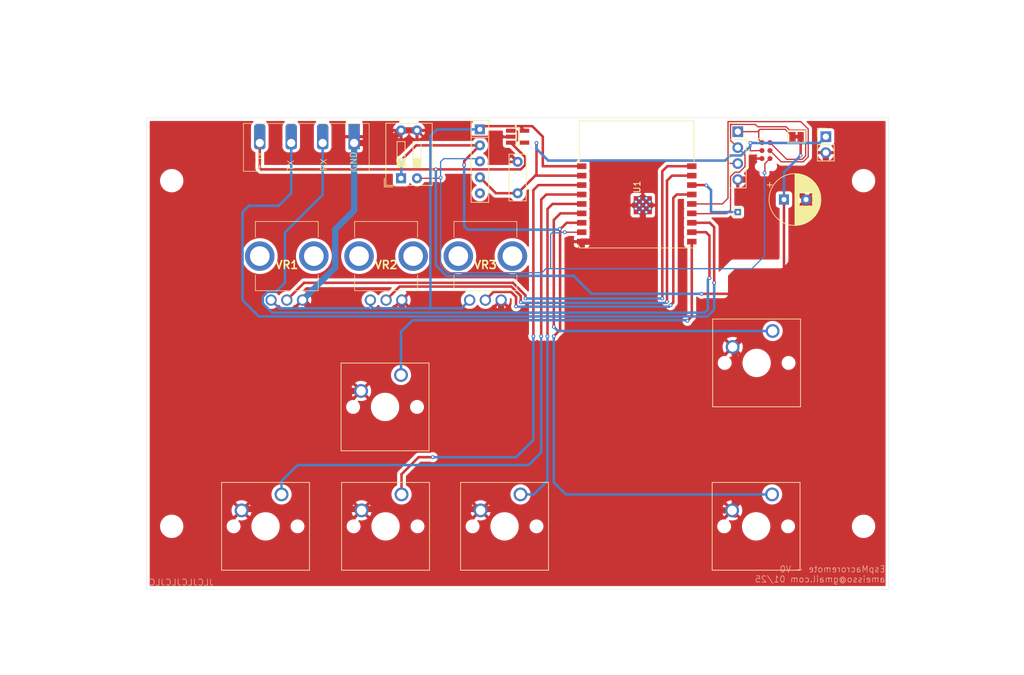
<source format=kicad_pcb>
(kicad_pcb (version 20240108) (generator "pcbnew") (generator_version "8.0")
  (layers (0 "F.Cu" signal) (31 "B.Cu" signal) (34 "B.Paste" user) (35 "F.Paste" user) (36 "B.SilkS" user "B.Silkscreen") (37 "F.SilkS" user "F.Silkscreen") (38 "B.Mask" user) (39 "F.Mask" user) (44 "Edge.Cuts" user))
  (net 0 "")
  (net 1 "/EN")
  (net 2 "GND")
  (net 3 "+5V")
  (net 4 "Net-(J2-Pin_1)")
  (net 5 "/D-")
  (net 6 "/D+")
  (net 7 "/program")
  (net 8 "/IO_8")
  (net 9 "/IO_2")
  (net 10 "/IO_0")
  (net 14 "/IO_1")
  (net 17 "/IO_3")
  (net 19 "/IO_4")
  (net 20 "/IO_5")
  (net 21 "/IO_6")
  (net 22 "/IO_7")
  (net 23 "/IO_10")
  (net 24 "+3.3V")
  (net 25 "/IO_21_TX")
  (net 26 "/IO_20_RX")
  (footprint "Connector_PinHeader_2.54mm:PinHeader_1x04_P2.54mm_Vertical" (layer "F.Cu") (at 189 60.2)
    (property "Reference" "J2" (hide yes))
    (property "Value" "USB_IN")
    (pad "1" thru_hole rect (at 0 0) (size 1.7 1.7) (drill 1) (layers "*.Cu" "*.Mask") (net 4 "Net-(J2-Pin_1)"))
    (pad "2" thru_hole oval (at 0 2.54) (size 1.7 1.7) (drill 1) (layers "*.Cu" "*.Mask") (net 5 "/D-"))
    (pad "3" thru_hole oval (at 0 5.08) (size 1.7 1.7) (drill 1) (layers "*.Cu" "*.Mask") (net 6 "/D+"))
    (pad "4" thru_hole oval (at 0 7.62) (size 1.7 1.7) (drill 1) (layers "*.Cu" "*.Mask") (net 2 "GND"))
  )
  (footprint "Jumper:SolderJumper-2_P1.3mm_Bridged_Pad1.0x1.5mm" (layer "F.Cu") (at 198.35 61)
    (property "Reference" "JP1" (hide yes))
    (property "Value" "USB_POW")
    (fp_poly (pts (xy -0.25 -0.3) (xy 0.25 -0.3) (xy 0.25 0.3) (xy -0.25 0.3)) (fill solid) (layer "F.Cu"))
    (pad "1" smd rect (at -0.65 0) (size 1 1.5) (layers "F.Cu" "F.Mask") (net 4 "Net-(J2-Pin_1)"))
    (pad "2" smd rect (at 0.65 0) (size 1 1.5) (layers "F.Cu" "F.Mask") (net 3 "+5V"))
  )
  (footprint "Button_Switch_Keyboard:SW_Cherry_MX_1.00u_PCB" (layer "F.Cu") (at 135.54 117.92)
    (property "Reference" "SW_DOWN1" (hide yes))
    (property "Value" "MX1A-E1NW")
    (pad "" np_thru_hole circle (at -7.62 5.08) (size 1.7 1.7) (drill 1.7) (layers "*.Cu" "*.Mask"))
    (pad "" np_thru_hole circle (at -2.54 5.08) (size 4 4) (drill 4) (layers "*.Cu" "*.Mask"))
    (pad "" np_thru_hole circle (at 2.54 5.08) (size 1.7 1.7) (drill 1.7) (layers "*.Cu" "*.Mask"))
    (pad "1" thru_hole circle (at 0 0) (size 2.2 2.2) (drill 1.5) (layers "*.Cu" "*.Mask") (net 19 "/IO_4"))
    (pad "2" thru_hole circle (at -6.35 2.54) (size 2.2 2.2) (drill 1.5) (layers "*.Cu" "*.Mask") (net 2 "GND"))
  )
  (footprint "ameisso:SOT-23-5_handsoldering" (layer "F.Cu") (at 154 61)
    (property "Reference" "IC1" (hide yes))
    (property "Value" "AP2112K-3.3TRG1")
    (pad "1" smd rect (at -1.1 -0.95) (size 1.5 0.65) (layers "F.Cu" "F.Paste" "F.Mask") (net 3 "+5V"))
    (pad "2" smd rect (at -1.1 0) (size 1.5 0.65) (layers "F.Cu" "F.Paste" "F.Mask") (net 2 "GND"))
    (pad "3" smd rect (at -1.1 0.95) (size 1.5 0.65) (layers "F.Cu" "F.Paste" "F.Mask") (net 3 "+5V"))
    (pad "4" smd rect (at 1.1 0.95) (size 1.5 0.65) (layers "F.Cu" "F.Paste" "F.Mask"))
    (pad "5" smd rect (at 1.1 -0.95) (size 1.5 0.65) (layers "F.Cu" "F.Paste" "F.Mask") (net 24 "+3.3V"))
  )
  (footprint "Button_Switch_Keyboard:SW_Cherry_MX_1.00u_PCB" (layer "F.Cu") (at 194.54 91.92)
    (property "Reference" "SW_STOP1" (hide yes))
    (property "Value" "MX1A-E1NW")
    (pad "" np_thru_hole circle (at -7.62 5.08) (size 1.7 1.7) (drill 1.7) (layers "*.Cu" "*.Mask"))
    (pad "" np_thru_hole circle (at -2.54 5.08) (size 4 4) (drill 4) (layers "*.Cu" "*.Mask"))
    (pad "" np_thru_hole circle (at 2.54 5.08) (size 1.7 1.7) (drill 1.7) (layers "*.Cu" "*.Mask"))
    (pad "1" thru_hole circle (at 0 0) (size 2.2 2.2) (drill 1.5) (layers "*.Cu" "*.Mask") (net 22 "/IO_7"))
    (pad "2" thru_hole circle (at -6.35 2.54) (size 2.2 2.2) (drill 1.5) (layers "*.Cu" "*.Mask") (net 2 "GND"))
  )
  (footprint "RF_Module:ESP32-C3-WROOM-02" (layer "F.Cu") (at 172.94 71.7)
    (property "Reference" "U1" (at 0.06 -2.7 90) (layer "F.SilkS"))
    (property "Value" "ESP32-C3-WROOM-02")
    (pad "1" smd rect (at -8.75 -6) (size 1.5 0.9) (layers "F.Cu" "F.Paste" "F.Mask") (net 24 "+3.3V"))
    (pad "2" smd rect (at -8.75 -4.5) (size 1.5 0.9) (layers "F.Cu" "F.Paste" "F.Mask") (net 1 "/EN"))
    (pad "3" smd rect (at -8.75 -3) (size 1.5 0.9) (layers "F.Cu" "F.Paste" "F.Mask") (net 19 "/IO_4"))
    (pad "4" smd rect (at -8.75 -1.5) (size 1.5 0.9) (layers "F.Cu" "F.Paste" "F.Mask") (net 20 "/IO_5"))
    (pad "5" smd rect (at -8.75 0) (size 1.5 0.9) (layers "F.Cu" "F.Paste" "F.Mask") (net 21 "/IO_6"))
    (pad "6" smd rect (at -8.75 1.5) (size 1.5 0.9) (layers "F.Cu" "F.Paste" "F.Mask") (net 22 "/IO_7"))
    (pad "7" smd rect (at -8.75 3) (size 1.5 0.9) (layers "F.Cu" "F.Paste" "F.Mask") (net 8 "/IO_8"))
    (pad "8" smd rect (at -8.75 4.5) (size 1.5 0.9) (layers "F.Cu" "F.Paste" "F.Mask") (net 7 "/program"))
    (pad "9" smd rect (at -8.75 6) (size 1.5 0.9) (layers "F.Cu" "F.Paste" "F.Mask") (net 2 "GND"))
    (pad "10" smd rect (at 8.75 6) (size 1.5 0.9) (layers "F.Cu" "F.Paste" "F.Mask") (net 23 "/IO_10"))
    (pad "11" smd rect (at 8.75 4.5) (size 1.5 0.9) (layers "F.Cu" "F.Paste" "F.Mask") (net 26 "/IO_20_RX"))
    (pad "12" smd rect (at 8.75 3) (size 1.5 0.9) (layers "F.Cu" "F.Paste" "F.Mask") (net 25 "/IO_21_TX"))
    (pad "13" smd rect (at 8.75 1.5) (size 1.5 0.9) (layers "F.Cu" "F.Paste" "F.Mask") (net 5 "/D-"))
    (pad "14" smd rect (at 8.75 0) (size 1.5 0.9) (layers "F.Cu" "F.Paste" "F.Mask") (net 6 "/D+"))
    (pad "15" smd rect (at 8.75 -1.5) (size 1.5 0.9) (layers "F.Cu" "F.Paste" "F.Mask") (net 17 "/IO_3"))
    (pad "16" smd rect (at 8.75 -3) (size 1.5 0.9) (layers "F.Cu" "F.Paste" "F.Mask") (net 9 "/IO_2"))
    (pad "17" smd rect (at 8.75 -4.5) (size 1.5 0.9) (layers "F.Cu" "F.Paste" "F.Mask") (net 14 "/IO_1"))
    (pad "18" smd rect (at 8.75 -6) (size 1.5 0.9) (layers "F.Cu" "F.Paste" "F.Mask") (net 10 "/IO_0"))
    (pad "19" thru_hole circle (at -0.14 -0.35) (size 0.6 0.6) (drill 0.3) (property pad_prop_heatsink) (layers "*.Cu" "F.Mask") (net 2 "GND"))
    (pad "19" thru_hole circle (at -0.14 0.75) (size 0.6 0.6) (drill 0.3) (property pad_prop_heatsink) (layers "*.Cu" "F.Mask") (net 2 "GND"))
    (pad "19" thru_hole circle (at 0.41 -0.9) (size 0.6 0.6) (drill 0.3) (property pad_prop_heatsink) (layers "*.Cu" "F.Mask") (net 2 "GND"))
    (pad "19" thru_hole circle (at 0.41 0.2) (size 0.6 0.6) (drill 0.3) (property pad_prop_heatsink) (layers "*.Cu" "F.Mask") (net 2 "GND"))
    (pad "19" thru_hole circle (at 0.41 1.3) (size 0.6 0.6) (drill 0.3) (property pad_prop_heatsink) (layers "*.Cu" "F.Mask") (net 2 "GND"))
    (pad "19" thru_hole circle (at 0.96 -0.35) (size 0.6 0.6) (drill 0.3) (property pad_prop_heatsink) (layers "*.Cu" "F.Mask") (net 2 "GND"))
    (pad "19" smd rect (at 0.96 0.2) (size 2.9 2.9) (layers "F.Cu" "F.Mask") (net 2 "GND"))
    (pad "19" thru_hole circle (at 0.96 0.75) (size 0.6 0.6) (drill 0.3) (property pad_prop_heatsink) (layers "*.Cu" "F.Mask") (net 2 "GND"))
    (pad "19" thru_hole circle (at 1.51 -0.9) (size 0.6 0.6) (drill 0.3) (property pad_prop_heatsink) (layers "*.Cu" "F.Mask") (net 2 "GND"))
    (pad "19" thru_hole circle (at 1.51 0.2) (size 0.6 0.6) (drill 0.3) (property pad_prop_heatsink) (layers "*.Cu" "F.Mask") (net 2 "GND"))
    (pad "19" thru_hole circle (at 1.51 1.3) (size 0.6 0.6) (drill 0.3) (property pad_prop_heatsink) (layers "*.Cu" "F.Mask") (net 2 "GND"))
    (pad "19" thru_hole circle (at 2.06 -0.35) (size 0.6 0.6) (drill 0.3) (property pad_prop_heatsink) (layers "*.Cu" "F.Mask") (net 2 "GND"))
    (pad "19" thru_hole circle (at 2.06 0.75) (size 0.6 0.6) (drill 0.3) (property pad_prop_heatsink) (layers "*.Cu" "F.Mask") (net 2 "GND"))
    (zone (net 0) (net_name "") (layers "*.Cu") (connect_pads (clearance 0)) (min_thickness 0.254)
      (keepout (tracks not_allowed) (vias not_allowed) (pads not_allowed) (copperpour not_allowed) (footprints not_allowed))
      (fill (thermal_gap 0.508) (thermal_bridge_width 0.508))
      (polygon (pts (xy 158.94 64.6) (xy 186.94 64.6) (xy 186.94 53.6) (xy 158.94 53.6)))
    )
  )
  (footprint "MountingHole:MountingHole_3.2mm_M3" (layer "F.Cu") (at 99 123)
    (property "Reference" "H1" (hide yes))
    (property "Value" "MountingHole")
    (pad "" np_thru_hole circle (at 0 0) (size 3.2 3.2) (drill 3.2) (layers "*.Cu" "*.Mask"))
  )
  (footprint "MountingHole:MountingHole_3.2mm_M3" (layer "F.Cu") (at 209 123)
    (property "Reference" "H4" (hide yes))
    (property "Value" "MountingHole")
    (pad "" np_thru_hole circle (at 0 0) (size 3.2 3.2) (drill 3.2) (layers "*.Cu" "*.Mask"))
  )
  (footprint "Pot_bourns:PTV09A4015FB103" (layer "F.Cu") (at 130.586 87)
    (property "Reference" "VR2" (at 2.5 -5.6 0) (layer "F.SilkS") (effects (font (size 1.27 1.27) (thickness 0.254))))
    (property "Value" "PTV09A-4025F-B103" (hide yes))
    (pad "1" thru_hole circle (at 0 0) (size 1.8 1.8) (drill 1.2) (layers "*.Cu" "*.Mask") (net 24 "+3.3V"))
    (pad "2" thru_hole circle (at 2.5 0) (size 1.8 1.8) (drill 1.2) (layers "*.Cu" "*.Mask") (net 14 "/IO_1"))
    (pad "3" thru_hole circle (at 5 0) (size 1.8 1.8) (drill 1.2) (layers "*.Cu" "*.Mask") (net 2 "GND"))
    (pad "MH1" thru_hole circle (at -1.8 -7) (size 4.686 4.686) (drill 3.1241) (layers "*.Cu" "*.Mask"))
    (pad "MH2" thru_hole circle (at 6.8 -7) (size 4.686 4.686) (drill 3.1241) (layers "*.Cu" "*.Mask"))
  )
  (footprint "Button_Switch_Keyboard:SW_Cherry_MX_1.00u_PCB" (layer "F.Cu") (at 135.46 98.92)
    (property "Reference" "SW_UP1" (hide yes))
    (property "Value" "MX1A-E1NW")
    (pad "" np_thru_hole circle (at -7.62 5.08) (size 1.7 1.7) (drill 1.7) (layers "*.Cu" "*.Mask"))
    (pad "" np_thru_hole circle (at -2.54 5.08) (size 4 4) (drill 4) (layers "*.Cu" "*.Mask"))
    (pad "" np_thru_hole circle (at 2.54 5.08) (size 1.7 1.7) (drill 1.7) (layers "*.Cu" "*.Mask"))
    (pad "1" thru_hole circle (at 0 0) (size 2.2 2.2) (drill 1.5) (layers "*.Cu" "*.Mask") (net 23 "/IO_10"))
    (pad "2" thru_hole circle (at -6.35 2.54) (size 2.2 2.2) (drill 1.5) (layers "*.Cu" "*.Mask") (net 2 "GND"))
  )
  (footprint "MountingHole:MountingHole_3.2mm_M3" (layer "F.Cu") (at 99 68)
    (property "Reference" "H2" (hide yes))
    (property "Value" "MountingHole")
    (pad "" np_thru_hole circle (at 0 0) (size 3.2 3.2) (drill 3.2) (layers "*.Cu" "*.Mask"))
  )
  (footprint "Connector:Tag-Connect_TC2030-IDC-NL_2x03_P1.27mm_Vertical" (layer "F.Cu") (at 193.484 63.21 -90)
    (property "Reference" "J3" (hide yes))
    (property "Value" "Conn_ARM_SWD_TagConnect_TC2030-NL" (hide yes))
    (pad "" np_thru_hole circle (at -2.54 0 270) (size 0.9906 0.9906) (drill 0.9906) (layers "*.Cu" "*.Mask"))
    (pad "" np_thru_hole circle (at 2.54 -1.016 270) (size 0.9906 0.9906) (drill 0.9906) (layers "*.Cu" "*.Mask"))
    (pad "" np_thru_hole circle (at 2.54 1.016 270) (size 0.9906 0.9906) (drill 0.9906) (layers "*.Cu" "*.Mask"))
    (pad "1" connect circle (at -1.27 0.635 270) (size 0.7874 0.7874) (layers "F.Cu" "F.Mask") (net 4 "Net-(J2-Pin_1)"))
    (pad "2" connect circle (at -1.27 -0.635 270) (size 0.7874 0.7874) (layers "F.Cu" "F.Mask") (net 5 "/D-"))
    (pad "3" connect circle (at 0 0.635 270) (size 0.7874 0.7874) (layers "F.Cu" "F.Mask") (net 1 "/EN"))
    (pad "4" connect circle (at 0 -0.635 270) (size 0.7874 0.7874) (layers "F.Cu" "F.Mask") (net 6 "/D+"))
    (pad "5" connect circle (at 1.27 0.635 270) (size 0.7874 0.7874) (layers "F.Cu" "F.Mask") (net 2 "GND"))
    (pad "6" connect circle (at 1.27 -0.635 270) (size 0.7874 0.7874) (layers "F.Cu" "F.Mask") (net 7 "/program"))
    (zone (net 0) (net_name "") (layer "F.Cu") (connect_pads (clearance 0)) (min_thickness 0.254)
      (keepout (tracks allowed) (vias not_allowed) (pads allowed) (copperpour not_allowed) (footprints not_allowed))
      (fill (thermal_gap 0.508) (thermal_bridge_width 0.508))
      (polygon (pts (xy 194.119 64.48) (xy 194.119 61.94) (xy 192.849 61.94) (xy 192.849 64.48)))
    )
  )
  (footprint "MountingHole:MountingHole_3.2mm_M3" (layer "F.Cu") (at 209 68)
    (property "Reference" "H3" (hide yes))
    (property "Value" "MountingHole")
    (pad "" np_thru_hole circle (at 0 0) (size 3.2 3.2) (drill 3.2) (layers "*.Cu" "*.Mask"))
  )
  (footprint "Pot_bourns:PTV09A4015FB103" (layer "F.Cu") (at 146.372 87)
    (property "Reference" "VR3" (at 2.5 -5.6 0) (layer "F.SilkS") (effects (font (size 1.27 1.27) (thickness 0.254))))
    (property "Value" "PTV09A-4025F-B103" (hide yes))
    (pad "1" thru_hole circle (at 0 0) (size 1.8 1.8) (drill 1.2) (layers "*.Cu" "*.Mask") (net 24 "+3.3V"))
    (pad "2" thru_hole circle (at 2.5 0) (size 1.8 1.8) (drill 1.2) (layers "*.Cu" "*.Mask") (net 17 "/IO_3"))
    (pad "3" thru_hole circle (at 5 0) (size 1.8 1.8) (drill 1.2) (layers "*.Cu" "*.Mask") (net 2 "GND"))
    (pad "MH1" thru_hole circle (at -1.8 -7) (size 4.686 4.686) (drill 3.1241) (layers "*.Cu" "*.Mask"))
    (pad "MH2" thru_hole circle (at 6.8 -7) (size 4.686 4.686) (drill 3.1241) (layers "*.Cu" "*.Mask"))
  )
  (footprint "ameisso:KF301-4P screw terminal P5mm" (layer "F.Cu") (at 120.5 62 180)
    (property "Reference" "J4" (hide yes))
    (property "Value" "Uart")
    (pad "1" thru_hole rect (at -7.5 0 180) (size 1.8 4) (drill 1.3 (offset 0 1)) (layers "*.Cu" "*.Mask") (net 2 "GND"))
    (pad "2" thru_hole roundrect (at -2.5 0 180) (size 1.8 4) (drill 1.3 (offset 0 1)) (layers "*.Cu" "*.Mask") (net 26 "/IO_20_RX"))
    (pad "3" thru_hole roundrect (at 2.5 0 180) (size 1.8 4) (drill 1.3 (offset 0 1)) (layers "*.Cu" "*.Mask") (net 25 "/IO_21_TX"))
    (pad "4" thru_hole roundrect (at 7.5 0 180) (size 1.8 4) (drill 1.3 (offset 0 1)) (layers "*.Cu" "*.Mask") (net 3 "+5V"))
  )
  (footprint "TestPoint:TestPoint_THTPad_1.0x1.0mm_Drill0.5mm" (layer "F.Cu") (at 189 73)
    (property "Reference" "TP1" (hide yes))
    (property "Value" "IO2")
    (pad "1" thru_hole rect (at 0 0) (size 1 1) (drill 0.5) (layers "*.Cu" "*.Mask") (net 9 "/IO_2"))
  )
  (footprint "Button_Switch_Keyboard:SW_Cherry_MX_1.00u_PCB" (layer "F.Cu") (at 154.46 117.92)
    (property "Reference" "SW_RIGHT1" (hide yes))
    (property "Value" "MX1A-E1NW")
    (pad "" np_thru_hole circle (at -7.62 5.08) (size 1.7 1.7) (drill 1.7) (layers "*.Cu" "*.Mask"))
    (pad "" np_thru_hole circle (at -2.54 5.08) (size 4 4) (drill 4) (layers "*.Cu" "*.Mask"))
    (pad "" np_thru_hole circle (at 2.54 5.08) (size 1.7 1.7) (drill 1.7) (layers "*.Cu" "*.Mask"))
    (pad "1" thru_hole circle (at 0 0) (size 2.2 2.2) (drill 1.5) (layers "*.Cu" "*.Mask") (net 21 "/IO_6"))
    (pad "2" thru_hole circle (at -6.35 2.54) (size 2.2 2.2) (drill 1.5) (layers "*.Cu" "*.Mask") (net 2 "GND"))
  )
  (footprint "Button_Switch_Keyboard:SW_Cherry_MX_1.00u_PCB" (layer "F.Cu") (at 116.46 117.92)
    (property "Reference" "SW_LEFT1" (hide yes))
    (property "Value" "MX1A-E1NW")
    (pad "" np_thru_hole circle (at -7.62 5.08) (size 1.7 1.7) (drill 1.7) (layers "*.Cu" "*.Mask"))
    (pad "" np_thru_hole circle (at -2.54 5.08) (size 4 4) (drill 4) (layers "*.Cu" "*.Mask"))
    (pad "" np_thru_hole circle (at 2.54 5.08) (size 1.7 1.7) (drill 1.7) (layers "*.Cu" "*.Mask"))
    (pad "1" thru_hole circle (at 0 0) (size 2.2 2.2) (drill 1.5) (layers "*.Cu" "*.Mask") (net 20 "/IO_5"))
    (pad "2" thru_hole circle (at -6.35 2.54) (size 2.2 2.2) (drill 1.5) (layers "*.Cu" "*.Mask") (net 2 "GND"))
  )
  (footprint "Connector_PinHeader_2.54mm:PinHeader_1x02_P2.54mm_Vertical" (layer "F.Cu") (at 203 61)
    (property "Reference" "J1" (hide yes))
    (property "Value" "RST")
    (pad "1" thru_hole rect (at 0 0) (size 1.7 1.7) (drill 1) (layers "*.Cu" "*.Mask") (net 1 "/EN"))
    (pad "2" thru_hole oval (at 0 2.54) (size 1.7 1.7) (drill 1) (layers "*.Cu" "*.Mask") (net 2 "GND"))
  )
  (footprint "Pot_bourns:PTV09A4015FB103" (layer "F.Cu") (at 114.8 87)
    (property "Reference" "VR1" (at 2.5 -5.6 0) (layer "F.SilkS") (effects (font (size 1.27 1.27) (thickness 0.254))))
    (property "Value" "PTV09A-4025F-B103" (hide yes))
    (pad "1" thru_hole circle (at 0 0) (size 1.8 1.8) (drill 1.2) (layers "*.Cu" "*.Mask") (net 24 "+3.3V"))
    (pad "2" thru_hole circle (at 2.5 0) (size 1.8 1.8) (drill 1.2) (layers "*.Cu" "*.Mask") (net 10 "/IO_0"))
    (pad "3" thru_hole circle (at 5 0) (size 1.8 1.8) (drill 1.2) (layers "*.Cu" "*.Mask") (net 2 "GND"))
    (pad "MH1" thru_hole circle (at -1.8 -7) (size 4.686 4.686) (drill 3.1241) (layers "*.Cu" "*.Mask"))
    (pad "MH2" thru_hole circle (at 6.8 -7) (size 4.686 4.686) (drill 3.1241) (layers "*.Cu" "*.Mask"))
  )
  (footprint "Capacitor_THT:C_Rect_L7.2mm_W2.5mm_P5.00mm_FKS2_FKP2_MKS2_MKP2" (layer "F.Cu") (at 154 70 90)
    (property "Reference" "C1" (hide yes))
    (property "Value" "1uF")
    (pad "1" thru_hole circle (at 0 0 90) (size 1.6 1.6) (drill 0.8) (layers "*.Cu" "*.Mask") (net 1 "/EN"))
    (pad "2" thru_hole circle (at 5 0 90) (size 1.6 1.6) (drill 0.8) (layers "*.Cu" "*.Mask") (net 2 "GND"))
  )
  (footprint "Resistor_THT:R_Array_SIP5" (layer "F.Cu") (at 148 59.84 -90)
    (property "Reference" "RN1" (hide yes))
    (property "Value" "10k")
    (pad "1" thru_hole rect (at 0 0 270) (size 1.6 1.6) (drill 0.8) (layers "*.Cu" "*.Mask") (net 24 "+3.3V"))
    (pad "2" thru_hole oval (at 2.54 0 270) (size 1.6 1.6) (drill 0.8) (layers "*.Cu" "*.Mask") (net 8 "/IO_8"))
    (pad "3" thru_hole oval (at 5.08 0 270) (size 1.6 1.6) (drill 0.8) (layers "*.Cu" "*.Mask") (net 7 "/program"))
    (pad "4" thru_hole oval (at 7.62 0 270) (size 1.6 1.6) (drill 0.8) (layers "*.Cu" "*.Mask") (net 1 "/EN"))
    (pad "5" thru_hole oval (at 10.16 0 270) (size 1.6 1.6) (drill 0.8) (layers "*.Cu" "*.Mask"))
  )
  (footprint "Button_Switch_THT:SW_DIP_SPSTx02_Slide_9.78x7.26mm_W7.62mm_P2.54mm" (layer "F.Cu") (at 135.46 67.62 90)
    (property "Reference" "SW1" (hide yes))
    (property "Value" "SW_DIP_x02")
    (pad "1" thru_hole rect (at 0 0 90) (size 1.6 1.6) (drill 0.8) (layers "*.Cu" "*.Mask") (net 8 "/IO_8"))
    (pad "2" thru_hole oval (at 0 2.54 90) (size 1.6 1.6) (drill 0.8) (layers "*.Cu" "*.Mask") (net 7 "/program"))
    (pad "3" thru_hole oval (at 7.62 2.54 90) (size 1.6 1.6) (drill 0.8) (layers "*.Cu" "*.Mask") (net 2 "GND"))
    (pad "4" thru_hole oval (at 7.62 0 90) (size 1.6 1.6) (drill 0.8) (layers "*.Cu" "*.Mask") (net 2 "GND"))
  )
  (footprint "Button_Switch_Keyboard:SW_Cherry_MX_1.00u_PCB" (layer "F.Cu") (at 194.46 117.92)
    (property "Reference" "SW_START1" (hide yes))
    (property "Value" "MX1A-E1NW")
    (pad "" np_thru_hole circle (at -7.62 5.08) (size 1.7 1.7) (drill 1.7) (layers "*.Cu" "*.Mask"))
    (pad "" np_thru_hole circle (at -2.54 5.08) (size 4 4) (drill 4) (layers "*.Cu" "*.Mask"))
    (pad "" np_thru_hole circle (at 2.54 5.08) (size 1.7 1.7) (drill 1.7) (layers "*.Cu" "*.Mask"))
    (pad "1" thru_hole circle (at 0 0) (size 2.2 2.2) (drill 1.5) (layers "*.Cu" "*.Mask") (net 8 "/IO_8"))
    (pad "2" thru_hole circle (at -6.35 2.54) (size 2.2 2.2) (drill 1.5) (layers "*.Cu" "*.Mask") (net 2 "GND"))
  )
  (footprint "Capacitor_THT:CP_Radial_D8.0mm_P3.50mm" (layer "F.Cu") (at 196.347349 71)
    (property "Reference" "C2" (hide yes))
    (property "Value" "100uf")
    (pad "1" thru_hole rect (at 0 0) (size 1.6 1.6) (drill 0.8) (layers "*.Cu" "*.Mask") (net 3 "+5V"))
    (pad "2" thru_hole circle (at 3.5 0) (size 1.6 1.6) (drill 0.8) (layers "*.Cu" "*.Mask") (net 2 "GND"))
  )
  (gr_rect (start 95 58) (end 213 133) (stroke (width 0.05)) (fill none) (layer "Edge.Cuts"))
  (gr_text "EspMacroremote - V0\nameisso@gmail.com 01/25" (at 212.5 132 0) (layer "B.SilkS") (effects (font (size 1 1) (thickness 0.1)) (justify left bottom mirror)))
  (gr_text "JLCJLCJLCJLC" (at 105.75 132.5 0) (layer "B.SilkS") (effects (font (size 1 1) (thickness 0.1)) (justify left bottom mirror)))
  (gr_text "RX" (at 123.75 66.5 90) (layer "F.SilkS") (effects (font (size 1 1) (thickness 0.1)) (justify left bottom)))
  (gr_text "TX" (at 118.5 66.5 90) (layer "F.SilkS") (effects (font (size 1 1) (thickness 0.1)) (justify left bottom)))
  (gr_text "+5V\n" (at 113.5 66.5 90) (layer "F.SilkS") (effects (font (size 1 1) (thickness 0.1)) (justify left bottom)))
  (gr_text "GND" (at 128.5 66.5 90) (layer "F.SilkS") (effects (font (size 1 1) (thickness 0.1)) (justify left bottom)))
  (segment (start 192.849 63.21) (end 191 63.25) (width 0.2) (layer "F.Cu") (net 1))
  (segment (start 150.54 70) (end 148 67.46) (width 0.4) (layer "F.Cu") (net 1))
  (segment (start 191 63.25) (end 191 62) (width 0.2) (layer "F.Cu") (net 1))
  (segment (start 156.8 67.2) (end 154 70) (width 0.4) (layer "F.Cu") (net 1))
  (segment (start 164.19 67.2) (end 156.8 67.2) (width 0.4) (layer "F.Cu") (net 1))
  (segment (start 156.8 67.2) (end 157 67) (width 0.4) (layer "F.Cu") (net 1))
  (segment (start 157 67) (end 157 62) (width 0.4) (layer "F.Cu") (net 1))
  (segment (start 154 70) (end 150.54 70) (width 0.4) (layer "F.Cu") (net 1))
  (via (at 157 62) (size 0.6) (drill 0.3) (layers "F.Cu" "B.Cu") (net 1))
  (via (at 191 62) (size 0.6) (drill 0.3) (layers "F.Cu" "B.Cu") (net 1))
  (segment (start 187.832844 63.99) (end 189.517767 63.99) (width 0.4) (layer "B.Cu") (net 1))
  (segment (start 203 61) (end 202 62) (width 0.4) (layer "B.Cu") (net 1))
  (segment (start 187.022844 64.8) (end 187.832844 63.99) (width 0.4) (layer "B.Cu") (net 1))
  (segment (start 157 62.942844) (end 158.857156 64.8) (width 0.4) (layer "B.Cu") (net 1))
  (segment (start 191 62.507767) (end 191 62) (width 0.4) (layer "B.Cu") (net 1))
  (segment (start 202 62) (end 191 62) (width 0.4) (layer "B.Cu") (net 1))
  (segment (start 158.857156 64.8) (end 187.022844 64.8) (width 0.4) (layer "B.Cu") (net 1))
  (segment (start 189.517767 63.99) (end 191 62.507767) (width 0.4) (layer "B.Cu") (net 1))
  (segment (start 157 62) (end 157 62.942844) (width 0.4) (layer "B.Cu") (net 1))
  (segment (start 189 67.82) (end 191 67.82) (width 1) (layer "F.Cu") (net 2))
  (segment (start 191.693225 64.48) (end 192.849 64.48) (width 0.4) (layer "F.Cu") (net 2))
  (segment (start 139.04 61.04) (end 138 60) (width 0.4) (layer "F.Cu") (net 2))
  (segment (start 173.9 76.35) (end 173.9 71.9) (width 1) (layer "F.Cu") (net 2))
  (segment (start 163.94 94.25) (end 164.19 94) (width 1) (layer "F.Cu") (net 2))
  (segment (start 151.372 90.372) (end 152 91) (width 1) (layer "F.Cu") (net 2))
  (segment (start 196.667349 67.82) (end 199.847349 71) (width 1) (layer "F.Cu") (net 2))
  (segment (start 191 67.82) (end 196.667349 67.82) (width 1) (layer "F.Cu") (net 2))
  (segment (start 179.46 120.46) (end 188.11 120.46) (width 1) (layer "F.Cu") (net 2))
  (segment (start 199 89.25) (end 199.847349 88.402651) (width 1) (layer "F.Cu") (net 2))
  (segment (start 155.25 94.25) (end 163.94 94.25) (width 1) (layer "F.Cu") (net 2))
  (segment (start 203 70) (end 203 63.54) (width 1) (layer "F.Cu") (net 2))
  (segment (start 164.19 77.7) (end 172.55 77.7) (width 1) (layer "F.Cu") (net 2))
  (segment (start 126 120.25) (end 110.32 120.25) (width 1) (layer "F.Cu") (net 2))
  (segment (start 193.4 89.25) (end 199 89.25) (width 1) (layer "F.Cu") (net 2))
  (segment (start 126 103.014366) (end 126 120.25) (width 1) (layer "F.Cu") (net 2))
  (segment (start 135.586 87) (end 135.586 90.586) (width 1) (layer "F.Cu") (net 2))
  (segment (start 152.9 61) (end 152.86 61.04) (width 0.4) (layer "F.Cu") (net 2))
  (segment (start 154 65) (end 151 65) (width 0.4) (layer "F.Cu") (net 2))
  (segment (start 129.11 101.46) (end 127.554366 101.46) (width 1) (layer "F.Cu") (net 2))
  (segment (start 188.19 94.46) (end 193.4 89.25) (width 1) (layer "F.Cu") (net 2))
  (segment (start 164 120.25) (end 126 120.25) (width 1) (layer "F.Cu") (net 2))
  (segment (start 191 65.173225) (end 191 67.82) (width 0.4) (layer "F.Cu") (net 2))
  (segment (start 151 61.04) (end 139.04 61.04) (width 0.4) (layer "F.Cu") (net 2))
  (segment (start 179.25 120.25) (end 179.46 120.46) (width 1) (layer "F.Cu") (net 2))
  (segment (start 152.86 61.04) (end 151 61.04) (width 0.4) (layer "F.Cu") (net 2))
  (segment (start 188.52 94.79) (end 188.19 94.46) (width 1) (layer "F.Cu") (net 2))
  (segment (start 123.8 91) (end 136 91) (width 1) (layer "F.Cu") (net 2))
  (segment (start 135.46 60) (end 138 60) (width 1) (layer "F.Cu") (net 2))
  (segment (start 127.554366 101.46) (end 126 103.014366) (width 1) (layer "F.Cu") (net 2))
  (segment (start 188.52 121.13) (end 188.52 94.79) (width 1) (layer "F.Cu") (net 2))
  (segment (start 172.55 77.7) (end 173.9 76.35) (width 1) (layer "F.Cu") (net 2))
  (segment (start 136 91) (end 152 91) (width 1) (layer "F.Cu") (net 2))
  (segment (start 164 120.25) (end 179.25 120.25) (width 1) (layer "F.Cu") (net 2))
  (segment (start 135.586 90.586) (end 136 91) (width 1) (layer "F.Cu") (net 2))
  (segment (start 199.847349 88.402651) (end 199.847349 71) (width 1) (layer "F.Cu") (net 2))
  (segment (start 110.32 120.25) (end 110.11 120.46) (width 1) (layer "F.Cu") (net 2))
  (segment (start 151 65) (end 151 61.04) (width 0.4) (layer "F.Cu") (net 2))
  (segment (start 164.19 77.7) (end 164.19 120.06) (width 1) (layer "F.Cu") (net 2))
  (segment (start 133.46 62) (end 135.46 60) (width 1) (layer "F.Cu") (net 2))
  (segment (start 151.372 87) (end 151.372 90.372) (width 1) (layer "F.Cu") (net 2))
  (segment (start 128 62) (end 133.46 62) (width 1) (layer "F.Cu") (net 2))
  (segment (start 164.19 120.06) (end 164 120.25) (width 1) (layer "F.Cu") (net 2))
  (segment (start 199.847349 71) (end 202 71) (width 1) (layer "F.Cu") (net 2))
  (segment (start 202 71) (end 203 70) (width 1) (layer "F.Cu") (net 2))
  (segment (start 191 65.173225) (end 191.693225 64.48) (width 0.4) (layer "F.Cu") (net 2))
  (segment (start 119.8 87) (end 123.8 91) (width 1) (layer "F.Cu") (net 2))
  (segment (start 152 91) (end 155.25 94.25) (width 1) (layer "F.Cu") (net 2))
  (segment (start 128 62) (end 128 72.75) (width 1) (layer "B.Cu") (net 2))
  (segment (start 128 72.75) (end 125 75.75) (width 1) (layer "B.Cu") (net 2))
  (segment (start 125 75.75) (end 125 81.8) (width 1) (layer "B.Cu") (net 2))
  (segment (start 125 81.8) (end 119.8 87) (width 1) (layer "B.Cu") (net 2))
  (segment (start 152.9 60.05) (end 153.85 60.05) (width 0.2) (layer "F.Cu") (net 3))
  (segment (start 196.347349 71) (end 196.347349 84.652651) (width 0.4) (layer "F.Cu") (net 3))
  (segment (start 199 64) (end 199 61) (width 0.4) (layer "F.Cu") (net 3))
  (segment (start 153.975 61.6) (end 153.625 61.95) (width 0.2) (layer "F.Cu") (net 3))
  (segment (start 153.625 61.95) (end 152.9 61.95) (width 0.2) (layer "F.Cu") (net 3))
  (segment (start 153.975 60.175) (end 153.975 61.6) (width 0.2) (layer "F.Cu") (net 3))
  (segment (start 195 86) (end 183.25 86) (width 0.4) (layer "F.Cu") (net 3))
  (segment (start 154.497057 66.2) (end 155.2 65.497057) (width 0.4) (layer "F.Cu") (net 3))
  (segment (start 113 66) (end 113.2 66.2) (width 0.4) (layer "F.Cu") (net 3))
  (segment (start 155.2 64.25) (end 152.9 61.95) (width 0.4) (layer "F.Cu") (net 3))
  (segment (start 113.2 66.2) (end 141 66.2) (width 0.4) (layer "F.Cu") (net 3))
  (segment (start 153.85 60.05) (end 153.975 60.175) (width 0.2) (layer "F.Cu") (net 3))
  (segment (start 196.347349 84.652651) (end 195 86) (width 0.4) (layer "F.Cu") (net 3))
  (segment (start 155.2 65.497057) (end 155.2 64.25) (width 0.4) (layer "F.Cu") (net 3))
  (segment (start 113 62) (end 113 66) (width 0.4) (layer "F.Cu") (net 3))
  (segment (start 141 66.2) (end 154.497057 66.2) (width 0.4) (layer "F.Cu") (net 3))
  (via (at 141 66.2) (size 0.6) (drill 0.3) (layers "F.Cu" "B.Cu") (net 3))
  (via (at 199 64) (size 0.6) (drill 0.3) (layers "F.Cu" "B.Cu") (net 3))
  (via (at 183.25 86) (size 0.6) (drill 0.3) (layers "F.Cu" "B.Cu") (net 3))
  (segment (start 165.75 86) (end 183.25 86) (width 0.4) (layer "B.Cu") (net 3))
  (segment (start 196.347349 71) (end 196.347349 66.652651) (width 0.4) (layer "B.Cu") (net 3))
  (segment (start 142.685893 83.143) (end 141 81.457107) (width 0.4) (layer "B.Cu") (net 3))
  (segment (start 196.347349 66.652651) (end 199 64) (width 0.4) (layer "B.Cu") (net 3))
  (segment (start 162.893 83.143) (end 142.685893 83.143) (width 0.4) (layer "B.Cu") (net 3))
  (segment (start 141 81.457107) (end 141 66.2) (width 0.4) (layer "B.Cu") (net 3))
  (segment (start 165.75 86) (end 162.893 83.143) (width 0.4) (layer "B.Cu") (net 3))
  (segment (start 192.336301 60.023264) (end 192.5 59.859565) (width 0.2) (layer "F.Cu") (net 4))
  (segment (start 192.5 59.859565) (end 192.534865 59.8247) (width 0.2) (layer "F.Cu") (net 4))
  (segment (start 189 60.2) (end 192.159565 60.2) (width 0.2) (layer "F.Cu") (net 4))
  (segment (start 192.534865 59.8247) (end 196.5247 59.8247) (width 0.2) (layer "F.Cu") (net 4))
  (segment (start 192.5 59.859565) (end 192.159565 60.2) (width 0.2) (layer "F.Cu") (net 4))
  (segment (start 192.336301 61.427301) (end 192.336301 60.023264) (width 0.2) (layer "F.Cu") (net 4))
  (segment (start 196.5247 59.8247) (end 197.7 61) (width 0.2) (layer "F.Cu") (net 4))
  (segment (start 192.849 61.94) (end 192.336301 61.427301) (width 0.2) (layer "F.Cu") (net 4))
  (segment (start 187.85 61.59) (end 187.85 59.25) (width 0.2) (layer "F.Cu") (net 5))
  (segment (start 194.119 61.94) (end 196.779 64.6) (width 0.2) (layer "F.Cu") (net 5))
  (segment (start 187.85 67.343654) (end 188.523654 66.67) (width 0.2) (layer "F.Cu") (net 5))
  (segment (start 191.8 59.05) (end 187.85 59.05) (width 0.2) (layer "F.Cu") (net 5))
  (segment (start 199.8 64.048529) (end 199.8 59.95) (width 0.2) (layer "F.Cu") (net 5))
  (segment (start 199.8 59.95) (end 197.215686 59.95) (width 0.2) (layer "F.Cu") (net 5))
  (segment (start 199.248529 64.6) (end 199.8 64.048529) (width 0.2) (layer "F.Cu") (net 5))
  (segment (start 187.85 59.05) (end 187.85 59.25) (width 0.2) (layer "F.Cu") (net 5))
  (segment (start 189 62.74) (end 187.85 61.59) (width 0.2) (layer "F.Cu") (net 5))
  (segment (start 188.523654 66.67) (end 189.236346 66.67) (width 0.2) (layer "F.Cu") (net 5))
  (segment (start 181.69 73.2) (end 181.99 73.2) (width 0.2) (layer "F.Cu") (net 5))
  (segment (start 196.690386 59.4247) (end 192.1747 59.4247) (width 0.2) (layer "F.Cu") (net 5))
  (segment (start 192.1747 59.4247) (end 191.8 59.05) (width 0.2) (layer "F.Cu") (net 5))
  (segment (start 189.236346 66.67) (end 190.15 65.756346) (width 0.2) (layer "F.Cu") (net 5))
  (segment (start 187.85 72.65) (end 187.85 67.343654) (width 0.2) (layer "F.Cu") (net 5))
  (segment (start 187.85 59.25) (end 187.85 59) (width 0.2) (layer "F.Cu") (net 5))
  (segment (start 187.25 73.25) (end 187.85 72.65) (width 0.2) (layer "F.Cu") (net 5))
  (segment (start 190.15 63.89) (end 189 62.74) (width 0.2) (layer "F.Cu") (net 5))
  (segment (start 197.215686 59.95) (end 196.690386 59.4247) (width 0.2) (layer "F.Cu") (net 5))
  (segment (start 196.779 64.6) (end 199.248529 64.6) (width 0.2) (layer "F.Cu") (net 5))
  (segment (start 182.04 73.25) (end 187.25 73.25) (width 0.2) (layer "F.Cu") (net 5))
  (segment (start 181.99 73.2) (end 182.04 73.25) (width 0.2) (layer "F.Cu") (net 5))
  (segment (start 190.15 65.756346) (end 190.15 63.89) (width 0.2) (layer "F.Cu") (net 5))
  (segment (start 199.414214 65) (end 195.909 65) (width 0.2) (layer "F.Cu") (net 6))
  (segment (start 200.2 59.784315) (end 200.2 64.214214) (width 0.2) (layer "F.Cu") (net 6))
  (segment (start 200.2 64.214214) (end 199.414214 65) (width 0.2) (layer "F.Cu") (net 6))
  (segment (start 187.45 58.6) (end 199.015685 58.6) (width 0.2) (layer "F.Cu") (net 6))
  (segment (start 187.45 70.8) (end 187.45 58.6) (width 0.2) (layer "F.Cu") (net 6))
  (segment (start 186.55 71.7) (end 187.45 70.8) (width 0.2) (layer "F.Cu") (net 6))
  (segment (start 199.015685 58.6) (end 200.2 59.784315) (width 0.2) (layer "F.Cu") (net 6))
  (segment (start 188.97 65.25) (end 189 65.28) (width 0.2) (layer "F.Cu") (net 6))
  (segment (start 181.69 71.7) (end 186.55 71.7) (width 0.2) (layer "F.Cu") (net 6))
  (segment (start 195.909 65) (end 194.119 63.21) (width 0.2) (layer "F.Cu") (net 6))
  (segment (start 187.45 65.25) (end 188.97 65.25) (width 0.2) (layer "F.Cu") (net 6))
  (segment (start 161.5 76.2) (end 164.19 76.2) (width 0.2) (layer "F.Cu") (net 7))
  (segment (start 138 67.62) (end 141.63 67.62) (width 0.2) (layer "F.Cu") (net 7))
  (segment (start 193.3133 66.6867) (end 193.25 66.75) (width 0.2) (layer "F.Cu") (net 7))
  (segment (start 194.119 64.48) (end 193.3133 65.2857) (width 0.2) (layer "F.Cu") (net 7))
  (segment (start 141.63 67.62) (end 141.75 67.5) (width 0.2) (layer "F.Cu") (net 7))
  (segment (start 193.3133 65.2857) (end 193.3133 66.6867) (width 0.2) (layer "F.Cu") (net 7))
  (via (at 161.5 76.2) (size 0.6) (drill 0.3) (layers "F.Cu" "B.Cu") (net 7))
  (via (at 141.75 67.5) (size 0.6) (drill 0.3) (layers "F.Cu" "B.Cu") (net 7))
  (via (at 193.25 66.75) (size 0.6) (drill 0.3) (layers "F.Cu" "B.Cu") (net 7))
  (segment (start 141.75 81.5) (end 141.75 67.5) (width 0.2) (layer "B.Cu") (net 7))
  (segment (start 142.25 64.5) (end 147.58 64.5) (width 0.2) (layer "B.Cu") (net 7))
  (segment (start 159.45 76.3) (end 159.25 76.5) (width 0.2) (layer "B.Cu") (net 7))
  (segment (start 161.007107 76.2) (end 160.907107 76.3) (width 0.2) (layer "B.Cu") (net 7))
  (segment (start 141.75 67.5) (end 141.75 65) (width 0.2) (layer "B.Cu") (net 7))
  (segment (start 193.25 66.75) (end 193.25 80) (width 0.2) (layer "B.Cu") (net 7))
  (segment (start 193.25 80) (end 191.25 82) (width 0.2) (layer "B.Cu") (net 7))
  (segment (start 157.857 82.643) (end 142.893 82.643) (width 0.2) (layer "B.Cu") (net 7))
  (segment (start 161.5 76.2) (end 161.007107 76.2) (width 0.2) (layer "B.Cu") (net 7))
  (segment (start 142.893 82.643) (end 141.75 81.5) (width 0.2) (layer "B.Cu") (net 7))
  (segment (start 158.5 82) (end 157.857 82.643) (width 0.2) (layer "B.Cu") (net 7))
  (segment (start 191.25 82) (end 159.25 82) (width 0.2) (layer "B.Cu") (net 7))
  (segment (start 147.58 64.5) (end 148 64.92) (width 0.2) (layer "B.Cu") (net 7))
  (segment (start 159.25 76.5) (end 159.25 82) (width 0.2) (layer "B.Cu") (net 7))
  (segment (start 141.75 65) (end 142.25 64.5) (width 0.2) (layer "B.Cu") (net 7))
  (segment (start 159.25 82) (end 158.5 82) (width 0.2) (layer "B.Cu") (net 7))
  (segment (start 160.907107 76.3) (end 159.45 76.3) (width 0.2) (layer "B.Cu") (net 7))
  (segment (start 145.5 64.88) (end 145.5 65.5) (width 0.4) (layer "F.Cu") (net 8))
  (segment (start 160.75 91.75) (end 160.75 75.75) (width 0.4) (layer "F.Cu") (net 8))
  (segment (start 137.87 62.38) (end 135.5 64.75) (width 0.4) (layer "F.Cu") (net 8))
  (segment (start 148 62.38) (end 145.5 64.88) (width 0.4) (layer "F.Cu") (net 8))
  (segment (start 161.8 74.7) (end 164.19 74.7) (width 0.4) (layer "F.Cu") (net 8))
  (segment (start 148 62.38) (end 137.87 62.38) (width 0.4) (layer "F.Cu") (net 8))
  (segment (start 160.75 75.75) (end 161.8 74.7) (width 0.4) (layer "F.Cu") (net 8))
  (segment (start 159.75 92.75) (end 160.75 91.75) (width 0.4) (layer "F.Cu") (net 8))
  (via (at 135.5 64.75) (size 0.6) (drill 0.3) (layers "F.Cu" "B.Cu") (net 8))
  (via (at 159.75 92.75) (size 0.6) (drill 0.3) (layers "F.Cu" "B.Cu") (net 8))
  (via (at 160.709455 75.679036) (size 0.6) (drill 0.3) (layers "F.Cu" "B.Cu") (net 8))
  (via (at 145.5 65.5) (size 0.6) (drill 0.3) (layers "F.Cu" "B.Cu") (net 8))
  (segment (start 135.5 67.58) (end 135.46 67.62) (width 0.4) (layer "B.Cu") (net 8))
  (segment (start 194.46 117.92) (end 161.67 117.92) (width 0.4) (layer "B.Cu") (net 8))
  (segment (start 135.5 64.75) (end 135.5 67.58) (width 0.4) (layer "B.Cu") (net 8))
  (segment (start 161.67 117.92) (end 159.75 116) (width 0.4) (layer "B.Cu") (net 8))
  (segment (start 160.709455 75.679036) (end 160.588491 75.8) (width 0.4) (layer "B.Cu") (net 8))
  (segment (start 145.5 65.5) (end 145.5 75.25) (width 0.4) (layer "B.Cu") (net 8))
  (segment (start 159.75 116) (end 159.75 92.75) (width 0.4) (layer "B.Cu") (net 8))
  (segment (start 146.05 75.8) (end 160.588491 75.8) (width 0.4) (layer "B.Cu") (net 8))
  (segment (start 145.5 75.25) (end 146.05 75.8) (width 0.4) (layer "B.Cu") (net 8))
  (segment (start 183.95 68.7) (end 184 68.75) (width 0.4) (layer "F.Cu") (net 9))
  (segment (start 181.69 68.7) (end 183.95 68.7) (width 0.4) (layer "F.Cu") (net 9))
  (via (at 184 68.75) (size 0.6) (drill 0.3) (layers "F.Cu" "B.Cu") (net 9))
  (segment (start 184 68.75) (end 184.75 69.5) (width 0.4) (layer "B.Cu") (net 9))
  (segment (start 184.75 73) (end 189 73) (width 0.4) (layer "B.Cu") (net 9))
  (segment (start 184.75 69.5) (end 184.75 73) (width 0.4) (layer "B.Cu") (net 9))
  (segment (start 177 86.75) (end 177 66.5) (width 0.4) (layer "F.Cu") (net 10))
  (segment (start 117.3 87) (end 120.05 84.25) (width 0.4) (layer "F.Cu") (net 10))
  (segment (start 177.8 65.7) (end 181.69 65.7) (width 0.4) (layer "F.Cu") (net 10))
  (segment (start 120.05 84.25) (end 153.25 84.25) (width 0.4) (layer "F.Cu") (net 10))
  (segment (start 155.25 86.25) (end 153.25 84.25) (width 0.4) (layer "F.Cu") (net 10))
  (segment (start 177 66.5) (end 177.8 65.7) (width 0.4) (layer "F.Cu") (net 10))
  (segment (start 155.25 86.75) (end 155.25 86.25) (width 0.4) (layer "F.Cu") (net 10))
  (via (at 177 86.75) (size 0.6) (drill 0.3) (layers "F.Cu" "B.Cu") (net 10))
  (via (at 155.25 86.75) (size 0.6) (drill 0.3) (layers "F.Cu" "B.Cu") (net 10))
  (segment (start 155.25 86.75) (end 177 86.75) (width 0.4) (layer "B.Cu") (net 10))
  (segment (start 178.55 67.2) (end 177.75 68) (width 0.4) (layer "F.Cu") (net 14))
  (segment (start 133.086 87) (end 135.236 84.85) (width 0.4) (layer "F.Cu") (net 14))
  (segment (start 135.236 84.85) (end 153 84.85) (width 0.4) (layer "F.Cu") (net 14))
  (segment (start 181.69 67.2) (end 178.55 67.2) (width 0.4) (layer "F.Cu") (net 14))
  (segment (start 154.5 86.35) (end 153 84.85) (width 0.4) (layer "F.Cu") (net 14))
  (segment (start 154.5 87.35) (end 154.5 86.35) (width 0.4) (layer "F.Cu") (net 14))
  (segment (start 177.75 68) (end 177.75 87.25) (width 0.4) (layer "F.Cu") (net 14))
  (via (at 154.5 87.35) (size 0.6) (drill 0.3) (layers "F.Cu" "B.Cu") (net 14))
  (via (at 177.75 87.25) (size 0.6) (drill 0.3) (layers "F.Cu" "B.Cu") (net 14))
  (segment (start 154.5 87.35) (end 154.6 87.45) (width 0.4) (layer "B.Cu") (net 14))
  (segment (start 154.6 87.45) (end 177.55 87.45) (width 0.4) (layer "B.Cu") (net 14))
  (segment (start 177.55 87.45) (end 177.75 87.25) (width 0.4) (layer "B.Cu") (net 14))
  (segment (start 178.75 87.381374) (end 178.75 70.75) (width 0.4) (layer "F.Cu") (net 17))
  (segment (start 152.95 85.7) (end 150.172 85.7) (width 0.4) (layer "F.Cu") (net 17))
  (segment (start 178.75 70.75) (end 179.3 70.2) (width 0.4) (layer "F.Cu") (net 17))
  (segment (start 153.75 86.5) (end 152.95 85.7) (width 0.4) (layer "F.Cu") (net 17))
  (segment (start 179.3 70.2) (end 181.69 70.2) (width 0.4) (layer "F.Cu") (net 17))
  (segment (start 153.75 88) (end 153.75 86.5) (width 0.4) (layer "F.Cu") (net 17))
  (segment (start 178.315687 87.815687) (end 178.75 87.381374) (width 0.4) (layer "F.Cu") (net 17))
  (segment (start 150.172 85.7) (end 148.872 87) (width 0.4) (layer "F.Cu") (net 17))
  (via (at 178.315687 87.815687) (size 0.6) (drill 0.3) (layers "F.Cu" "B.Cu") (net 17))
  (via (at 153.75 88) (size 0.6) (drill 0.3) (layers "F.Cu" "B.Cu") (net 17))
  (segment (start 153.75 88) (end 153.8 88.05) (width 0.4) (layer "B.Cu") (net 17))
  (segment (start 178.081374 88.05) (end 178.315687 87.815687) (width 0.4) (layer "B.Cu") (net 17))
  (segment (start 153.8 88.05) (end 178.081374 88.05) (width 0.4) (layer "B.Cu") (net 17))
  (segment (start 135.54 114.71) (end 135.54 117.92) (width 0.4) (layer "F.Cu") (net 19))
  (segment (start 157.3 68.7) (end 156.5 69.5) (width 0.4) (layer "F.Cu") (net 19))
  (segment (start 156.5 69.5) (end 156.5 92.75) (width 0.4) (layer "F.Cu") (net 19))
  (segment (start 164.19 68.7) (end 157.3 68.7) (width 0.4) (layer "F.Cu") (net 19))
  (segment (start 140.5 112) (end 138.25 112) (width 0.4) (layer "F.Cu") (net 19))
  (segment (start 138.25 112) (end 135.54 114.71) (width 0.4) (layer "F.Cu") (net 19))
  (via (at 140.5 112) (size 0.6) (drill 0.3) (layers "F.Cu" "B.Cu") (net 19))
  (via (at 156.5 92.75) (size 0.6) (drill 0.3) (layers "F.Cu" "B.Cu") (net 19))
  (segment (start 156.5 92.75) (end 156.5 109.25) (width 0.4) (layer "B.Cu") (net 19))
  (segment (start 153.75 112) (end 140.5 112) (width 0.4) (layer "B.Cu") (net 19))
  (segment (start 153.75 112) (end 156.5 109.25) (width 0.4) (layer "B.Cu") (net 19))
  (segment (start 164.19 70.2) (end 158.55 70.2) (width 0.4) (layer "F.Cu") (net 20))
  (segment (start 157.75 71) (end 157.75 92.75) (width 0.4) (layer "F.Cu") (net 20))
  (segment (start 158.55 70.2) (end 157.75 71) (width 0.4) (layer "F.Cu") (net 20))
  (via (at 157.75 92.75) (size 0.6) (drill 0.3) (layers "F.Cu" "B.Cu") (net 20))
  (segment (start 119 113.25) (end 116.46 115.79) (width 0.4) (layer "B.Cu") (net 20))
  (segment (start 155.75 113.25) (end 119 113.25) (width 0.4) (layer "B.Cu") (net 20))
  (segment (start 116.46 115.79) (end 116.46 117.92) (width 0.4) (layer "B.Cu") (net 20))
  (segment (start 157.75 92.75) (end 157.75 111.25) (width 0.4) (layer "B.Cu") (net 20))
  (segment (start 157.75 111.25) (end 155.75 113.25) (width 0.4) (layer "B.Cu") (net 20))
  (segment (start 164.19 71.7) (end 159.55 71.7) (width 0.4) (layer "F.Cu") (net 21))
  (segment (start 158.75 72.5) (end 158.75 92.75) (width 0.4) (layer "F.Cu") (net 21))
  (segment (start 159.55 71.7) (end 158.75 72.5) (width 0.4) (layer "F.Cu") (net 21))
  (via (at 158.75 92.75) (size 0.6) (drill 0.3) (layers "F.Cu" "B.Cu") (net 21))
  (segment (start 156.58 117.92) (end 154.46 117.92) (width 0.4) (layer "B.Cu") (net 21))
  (segment (start 158.75 92.75) (end 158.75 115.75) (width 0.4) (layer "B.Cu") (net 21))
  (segment (start 158.75 115.75) (end 156.58 117.92) (width 0.4) (layer "B.Cu") (net 21))
  (segment (start 159.75 74.25) (end 159.75 91.25) (width 0.4) (layer "F.Cu") (net 22))
  (segment (start 164.19 73.2) (end 164.49 73.2) (width 0.4) (layer "F.Cu") (net 22))
  (segment (start 164.49 73.2) (end 160.8 73.2) (width 0.4) (layer "F.Cu") (net 22))
  (segment (start 160.8 73.2) (end 159.75 74.25) (width 0.4) (layer "F.Cu") (net 22))
  (via (at 159.75 91.25) (size 0.6) (drill 0.3) (layers "F.Cu" "B.Cu") (net 22))
  (segment (start 159.75 91.25) (end 160.42 91.92) (width 0.4) (layer "B.Cu") (net 22))
  (segment (start 160.42 91.92) (end 194.54 91.92) (width 0.4) (layer "B.Cu") (net 22))
  (segment (start 181.69 89.61) (end 181 90.3) (width 0.4) (layer "F.Cu") (net 23))
  (segment (start 181.69 77.7) (end 181.69 89.61) (width 0.4) (layer "F.Cu") (net 23))
  (via (at 181 90.3) (size 0.6) (drill 0.3) (layers "F.Cu" "B.Cu") (net 23))
  (segment (start 181 90.2) (end 181 90.3) (width 0.4) (layer "B.Cu") (net 23))
  (segment (start 137.3 90.2) (end 181 90.2) (width 0.4) (layer "B.Cu") (net 23))
  (segment (start 135.46 98.92) (end 135.46 92.04) (width 0.4) (layer "B.Cu") (net 23))
  (segment (start 135.46 92.04) (end 137.3 90.2) (width 0.4) (layer "B.Cu") (net 23))
  (segment (start 158 65.7) (end 158 61) (width 0.4) (layer "F.Cu") (net 24))
  (segment (start 148.515 59.325) (end 154.375 59.325) (width 0.4) (layer "F.Cu") (net 24))
  (segment (start 158 61) (end 156.325 59.325) (width 0.4) (layer "F.Cu") (net 24))
  (segment (start 156.325 59.325) (end 154.375 59.325) (width 0.4) (layer "F.Cu") (net 24))
  (segment (start 148 59.84) (end 148.515 59.325) (width 0.4) (layer "F.Cu") (net 24))
  (segment (start 154.375 59.325) (end 155.1 60.05) (width 0.4) (layer "F.Cu") (net 24))
  (segment (start 164.19 65.7) (end 158 65.7) (width 0.4) (layer "F.Cu") (net 24))
  (segment (start 146.372 87) (end 145.072 88.3) (width 0.4) (layer "B.Cu") (net 24))
  (segment (start 116.1 88.3) (end 114.8 87) (width 0.4) (layer "B.Cu") (net 24))
  (segment (start 140 88.3) (end 131 88.3) (width 0.4) (layer "B.Cu") (net 24))
  (segment (start 141.16 59.84) (end 140.129 60.871) (width 0.4) (layer "B.Cu") (net 24))
  (segment (start 140.129 60.871) (end 140.129 88.171) (width 0.4) (layer "B.Cu") (net 24))
  (segment (start 130.586 87.886) (end 131 88.3) (width 0.4) (layer "B.Cu") (net 24))
  (segment (start 130.586 87) (end 130.586 87.886) (width 0.4) (layer "B.Cu") (net 24))
  (segment (start 140.129 88.171) (end 140 88.3) (width 0.4) (layer "B.Cu") (net 24))
  (segment (start 148 59.84) (end 141.16 59.84) (width 0.4) (layer "B.Cu") (net 24))
  (segment (start 145.072 88.3) (end 140 88.3) (width 0.4) (layer "B.Cu") (net 24))
  (segment (start 131 88.3) (end 116.1 88.3) (width 0.4) (layer "B.Cu") (net 24))
  (segment (start 185.25 84.25) (end 185.25 75.401472) (width 0.4) (layer "F.Cu") (net 25))
  (segment (start 184.548528 74.7) (end 181.69 74.7) (width 0.4) (layer "F.Cu") (net 25))
  (segment (start 185.25 75.401472) (end 184.548528 74.7) (width 0.4) (layer "F.Cu") (net 25))
  (via (at 185.25 84.25) (size 0.6) (drill 0.3) (layers "F.Cu" "B.Cu") (net 25))
  (segment (start 184.15 89.6) (end 112.85 89.6) (width 0.4) (layer "B.Cu") (net 25))
  (segment (start 116 72) (end 118 70) (width 0.4) (layer "B.Cu") (net 25))
  (segment (start 110.257 87.007) (end 110.257 72.993) (width 0.4) (layer "B.Cu") (net 25))
  (segment (start 185.25 84.25) (end 185.25 88.5) (width 0.4) (layer "B.Cu") (net 25))
  (segment (start 112.85 89.6) (end 110.257 87.007) (width 0.4) (layer "B.Cu") (net 25))
  (segment (start 118 70) (end 118 62) (width 0.4) (layer "B.Cu") (net 25))
  (segment (start 185.25 88.5) (end 184.15 89.6) (width 0.4) (layer "B.Cu") (net 25))
  (segment (start 111.25 72) (end 116 72) (width 0.4) (layer "B.Cu") (net 25))
  (segment (start 110.257 72.993) (end 111.25 72) (width 0.4) (layer "B.Cu") (net 25))
  (segment (start 184.5 76.75) (end 183.95 76.2) (width 0.4) (layer "F.Cu") (net 26))
  (segment (start 183.95 76.2) (end 181.69 76.2) (width 0.4) (layer "F.Cu") (net 26))
  (segment (start 184.5 83.5) (end 184.5 76.75) (width 0.4) (layer "F.Cu") (net 26))
  (via (at 184.5 83.5) (size 0.6) (drill 0.3) (layers "F.Cu" "B.Cu") (net 26))
  (segment (start 114.961522 89) (end 113.5 87.538478) (width 0.4) (layer "B.Cu") (net 26))
  (segment (start 115.55 85.7) (end 117 84.25) (width 0.4) (layer "B.Cu") (net 26))
  (segment (start 114.261522 85.7) (end 115.55 85.7) (width 0.4) (layer "B.Cu") (net 26))
  (segment (start 183.75 89) (end 114.961522 89) (width 0.4) (layer "B.Cu") (net 26))
  (segment (start 123 70.25) (end 123 62) (width 0.4) (layer "B.Cu") (net 26))
  (segment (start 113.5 87.538478) (end 113.5 86.461522) (width 0.4) (layer "B.Cu") (net 26))
  (segment (start 117 76.25) (end 123 70.25) (width 0.4) (layer "B.Cu") (net 26))
  (segment (start 184.25 83.75) (end 184.25 88.5) (width 0.4) (layer "B.Cu") (net 26))
  (segment (start 184.25 88.5) (end 183.75 89) (width 0.4) (layer "B.Cu") (net 26))
  (segment (start 113.5 86.461522) (end 114.261522 85.7) (width 0.4) (layer "B.Cu") (net 26))
  (segment (start 117 84.25) (end 117 76.25) (width 0.4) (layer "B.Cu") (net 26))
  (segment (start 184.5 83.5) (end 184.25 83.75) (width 0.4) (layer "B.Cu") (net 26))
  (zone (net 2) (net_name "GND") (layer "F.Cu") (connect_pads (clearance 0.5)) (min_thickness 0.25) (fill yes (thermal_gap 0.5) (thermal_bridge_width 0.5))
    (polygon (pts (xy 95 58) (xy 95 133) (xy 213 133) (xy 213 58)))
  )
)
</source>
